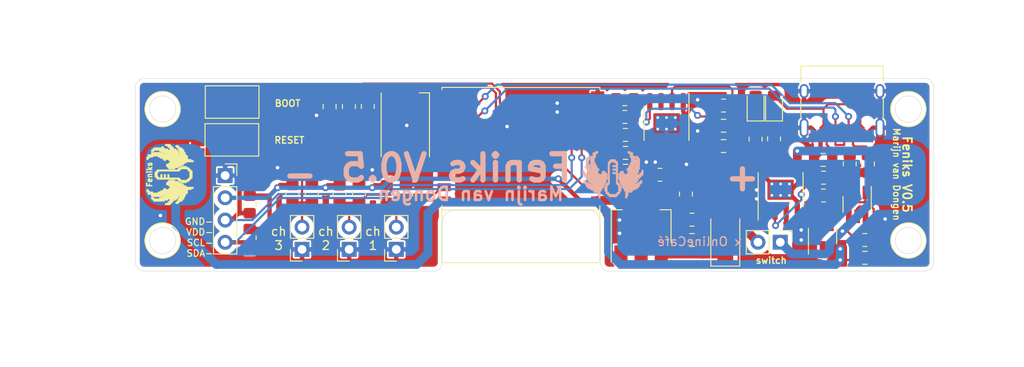
<source format=kicad_pcb>
(kicad_pcb (version 20211014) (generator pcbnew)
  (layers (0 "F.Cu" signal) (31 "B.Cu" signal) (34 "B.Paste" user) (35 "F.Paste" user) (36 "B.SilkS" user "B.Silkscreen") (37 "F.SilkS" user "F.Silkscreen") (38 "B.Mask" user) (39 "F.Mask" user) (44 "Edge.Cuts" user))
  (net 0 "")
  (net 1 "ADC_CH0")
  (net 2 "ADC_CH1")
  (net 3 "ADC_CH3")
  (net 4 "ADC_CH4")
  (net 7 "GND")
  (net 9 "+3.3V")
  (net 10 "+BATT")
  (net 11 "Net-(C1-Pad2)")
  (net 12 "VBUS")
  (net 13 "Net-(BT1-Pad2)")
  (net 14 "+5V")
  (net 15 "Net-(D1-Pad1)")
  (net 16 "Net-(D2-Pad1)")
  (net 17 "Net-(D3-Pad2)")
  (net 18 "Net-(J1-PadA5)")
  (net 19 "Net-(R9-Pad2)")
  (net 20 "Net-(R10-Pad2)")
  (net 21 "+VSW")
  (net 22 "D+")
  (net 23 "Net-(R15-Pad2)")
  (net 24 "Net-(C4-Pad2)")
  (net 25 "Net-(R18-Pad1)")
  (net 29 "D-")
  (net 30 "Net-(R17-Pad1)")
  (net 31 "Net-(R19-Pad2)")
  (net 32 "Net-(R20-Pad2)")
  (net 36 "Net-(J1-PadB5)")
  (net 37 "OLED_SDA")
  (net 38 "OLED_SLC")
  (net 39 "Net-(U2-Pad1)")
  (net 40 "Net-(U2-Pad3)")
  (net 44 "LED_DIN")
  (net 45 "Net-(R12-Pad2)")
  (footprint "Capacitor_SMD:C_0805_2012Metric_Pad1.18x1.45mm_HandSolder" (layer "F.Cu") (at 109.383 106.375 180)
    (fp_text reference "C3" hide)
    (fp_text value "47uF")
  )
  (footprint "Resistor_SMD:R_0805_2012Metric_Pad1.20x1.40mm_HandSolder" (layer "F.Cu") (at 113.038 105.575 -90)
    (fp_text reference "R10" hide)
    (fp_text value "1k")
  )
  (footprint "Capacitor_SMD:C_0805_2012Metric_Pad1.18x1.45mm_HandSolder" (layer "F.Cu") (at 73.198 111.81 -90)
    (fp_text reference "C11" hide)
    (fp_text value "100nF")
  )
  (footprint "Diode_SMD:D_SMA" (layer "F.Cu") (at 109.583 116.675 90)
    (fp_text reference "D3" hide)
    (fp_text value "D_Schottky")
  )
  (footprint "Capacitor_SMD:C_0805_2012Metric_Pad1.18x1.45mm_HandSolder" (layer "F.Cu") (at 109.388 104.05 180)
    (fp_text reference "C5" hide)
    (fp_text value "47uF")
  )
  (footprint "Resistor_SMD:R_0805_2012Metric_Pad1.20x1.40mm_HandSolder" (layer "F.Cu") (at 105.098 111.84 90)
    (fp_text reference "R20" hide)
    (fp_text value "68k")
  )
  (footprint "Package_TO_SOT_SMD:SOT-23-6_Handsoldering" (layer "F.Cu") (at 124.613 113.03 -90)
    (fp_text reference "U2" hide)
    (fp_text value "DW01")
  )
  (footprint "Package_SO:SOIC-8-1EP_3.9x4.9mm_P1.27mm_EP2.29x3mm_ThermalVias" (layer "F.Cu") (at 102.883 103.775 -90)
    (fp_text reference "U5" hide)
    (fp_text value "FP6298")
  )
  (footprint "Resistor_SMD:R_0805_2012Metric_Pad1.20x1.40mm_HandSolder" (layer "F.Cu") (at 120.7755 112.014 180)
    (fp_text reference "R18" hide)
    (fp_text value "1k")
  )
  (footprint "LED_SMD:LED_0805_2012Metric_Pad1.15x1.40mm_HandSolder" (layer "F.Cu") (at 113.038 101.65 90)
    (fp_text reference "D2" hide)
    (fp_text value "red")
  )
  (footprint "Connector_PinSocket_2.54mm:PinSocket_1x04_P2.54mm_Vertical" (layer "F.Cu") (at 52.578 109.738)
    (fp_text reference "J2" hide)
    (fp_text value "I2C OLED")
  )
  (footprint "Capacitor_SMD:C_0805_2012Metric_Pad1.18x1.45mm_HandSolder" (layer "F.Cu") (at 98.208 105.1)
    (fp_text reference "C7" hide)
    (fp_text value "47uF")
  )
  (footprint "Capacitor_SMD:C_0805_2012Metric_Pad1.18x1.45mm_HandSolder" (layer "F.Cu") (at 98.208 109.19)
    (fp_text reference "C12" hide)
    (fp_text value "100nF")
  )
  (footprint "Resistor_SMD:R_0805_2012Metric_Pad1.20x1.40mm_HandSolder" (layer "F.Cu") (at 70.988 111.8475 90)
    (fp_text reference "R1" hide)
    (fp_text value "51K")
  )
  (footprint "Resistor_SMD:R_0805_2012Metric_Pad1.20x1.40mm_HandSolder" (layer "F.Cu") (at 55.372 113.03 90)
    (fp_text reference "R4" hide)
    (fp_text value "10k")
  )
  (footprint "Resistor_SMD:R_0805_2012Metric_Pad1.20x1.40mm_HandSolder" (layer "F.Cu") (at 102.128 109.65 180)
    (fp_text reference "R21" hide)
    (fp_text value "10k")
  )
  (footprint "Capacitor_SMD:C_0805_2012Metric_Pad1.18x1.45mm_HandSolder" (layer "F.Cu") (at 125.494 119.126)
    (fp_text reference "C4" hide)
    (fp_text value "100nF")
  )
  (footprint "Espressif:ESP32-C3-WROOM-02" (layer "F.Cu") (at 86.288 106.675 180)
    (fp_text reference "U4" hide)
    (fp_text value "ESP32-C3-WROOM-02")
  )
  (footprint "Capacitor_SMD:C_0805_2012Metric_Pad1.18x1.45mm_HandSolder" (layer "F.Cu") (at 105.788 117.094 180)
    (fp_text reference "C6" hide)
    (fp_text value "47uF")
  )
  (footprint "Costom_footprints:CD43" (layer "F.Cu") (at 109.738 110.2 -90)
    (fp_text reference "L1" hide)
    (fp_text value "3.3uH")
  )
  (footprint "Resistor_SMD:R_0805_2012Metric_Pad1.20x1.40mm_HandSolder" (layer "F.Cu") (at 125.838 108.4 -90)
    (fp_text reference "R5" hide)
    (fp_text value "5.1k")
  )
  (footprint "Connector_PinSocket_2.54mm:PinSocket_1x02_P2.54mm_Vertical" (layer "F.Cu") (at 61.343 118.165 180)
    (fp_text reference "NTC3" hide)
    (fp_text value "Thermistor_NTC")
  )
  (footprint "Resistor_SMD:R_0805_2012Metric_Pad1.20x1.40mm_HandSolder" (layer "F.Cu") (at 123.763 108.4 -90)
    (fp_text reference "R6" hide)
    (fp_text value "5.1k")
  )
  (footprint "Connector_PinSocket_2.54mm:PinSocket_1x02_P2.54mm_Vertical" (layer "F.Cu") (at 66.713 118.165 180)
    (fp_text reference "NTC2" hide)
    (fp_text value "Thermistor_NTC")
  )
  (footprint "Capacitor_SMD:C_0805_2012Metric_Pad1.18x1.45mm_HandSolder" (layer "F.Cu") (at 64.484 101.854 90)
    (fp_text reference "C1" hide)
    (fp_text value "1uF")
  )
  (footprint "Button_Switch_SMD:SW_SPST_CK_RS282G05A3" (layer "F.Cu") (at 53.34 105.664)
    (fp_text reference "SW3" hide)
    (fp_text value "SW_Push")
  )
  (footprint "Package_SO:SOIC-8-1EP_3.9x4.9mm_P1.27mm_EP2.29x3mm_ThermalVias" (layer "F.Cu") (at 115.888 111.35 90)
    (fp_text reference "U1" hide)
    (fp_text value "TP4056")
  )
  (footprint "Resistor_SMD:R_0805_2012Metric_Pad1.20x1.40mm_HandSolder" (layer "F.Cu") (at 68.834 101.854 90)
    (fp_text reference "R15" hide)
    (fp_text value "10k")
  )
  (footprint "Package_TO_SOT_SMD:SOT-23-6_Handsoldering" (layer "F.Cu") (at 120.668 116.65 90)
    (fp_text reference "U3" hide)
    (fp_text value "FS8205A")
  )
  (footprint "Resistor_SMD:R_0805_2012Metric_Pad1.20x1.40mm_HandSolder" (layer "F.Cu") (at 98.138 101.03)
    (fp_text reference "R8" hide)
    (fp_text value "15K")
  )
  (footprint "Resistor_SMD:R_0805_2012Metric_Pad1.20x1.40mm_HandSolder" (layer "F.Cu") (at 55.372 116.84 90)
    (fp_text reference "R14" hide)
    (fp_text value "10k")
  )
  (footprint "Package_TO_SOT_SMD:SOT-223-3_TabPin2" (layer "F.Cu") (at 99.988 115.55 90)
    (fp_text reference "U6" hide)
    (fp_text value "LM1117-3.3")
  )
  (footprint "Capacitor_SMD:C_0805_2012Metric_Pad1.18x1.45mm_HandSolder" (layer "F.Cu") (at 120.738 107.95)
    (fp_text reference "C2" hide)
    (fp_text value "47uF")
  )
  (footprint "Connector_PinHeader_2.54mm:PinHeader_1x02_P2.54mm_Vertical" (layer "F.Cu") (at 115.847 117.348 -90)
    (fp_text reference "SW1" hide)
    (fp_text value "SW_SPST")
  )
  (footprint "Connector_USB:USB_C_Receptacle_HRO_TYPE-C-31-M-12" (layer "F.Cu") (at 122.888 101.15 180)
    (fp_text reference "J1" hide)
    (fp_text value "USB_C_Receptacle_USB2.0")
  )
  (footprint "Resistor_SMD:R_0805_2012Metric_Pad1.20x1.40mm_HandSolder" (layer "F.Cu") (at 66.684 101.854 -90)
    (fp_text reference "R16" hide)
    (fp_text value "10k")
  )
  (footprint "Button_Switch_SMD:SW_SPST_CK_RS282G05A3" (layer "F.Cu") (at 53.375 101.346)
    (fp_text reference "SW2" hide)
    (fp_text value "SW_Push")
  )
  (footprint "Capacitor_SMD:C_0805_2012Metric_Pad1.18x1.45mm_HandSolder" (layer "F.Cu") (at 98.208 107.15)
    (fp_text reference "C8" hide)
    (fp_text value "47uF")
  )
  (footprint "Capacitor_SMD:C_0805_2012Metric_Pad1.18x1.45mm_HandSolder" (layer "F.Cu") (at 67.828 111.81 -90)
    (fp_text reference "C10" hide)
    (fp_text value "100nF")
  )
  (footprint "Resistor_SMD:R_0805_2012Metric_Pad1.20x1.40mm_HandSolder" (layer "F.Cu") (at 115.138 105.55 -90)
    (fp_text reference "R9" hide)
    (fp_text value "1k")
  )
  (footprint "Resistor_SMD:R_0805_2012Metric_Pad1.20x1.40mm_HandSolder" (layer "F.Cu") (at 60.248 111.81 90)
    (fp_text reference "R3" hide)
    (fp_text value "51K")
  )
  (footprint "Capacitor_SMD:C_0805_2012Metric_Pad1.18x1.45mm_HandSolder" (layer "F.Cu") (at 62.458 111.81 -90)
    (fp_text reference "C9" hide)
    (fp_text value "100nF")
  )
  (footprint "Connector_PinSocket_2.54mm:PinSocket_1x02_P2.54mm_Vertical" (layer "F.Cu") (at 72.083 118.165 180)
    (fp_text reference "NTC1" hide)
    (fp_text value "Thermistor_NTC")
  )
  (footprint "LED_SMD:LED_WS2812B_PLCC4_5.0x5.0mm_P3.2mm" (layer "F.Cu") (at 73.113 103.95 90)
    (fp_text reference "D4" hide)
    (fp_text value "WS2812B")
  )
  (footprint "Resistor_SMD:R_0805_2012Metric_Pad1.20x1.40mm_HandSolder" (layer "F.Cu") (at 109.388 101.75 180)
    (fp_text reference "R17" hide)
    (fp_text value "26k")
  )
  (footprint "Resistor_SMD:R_0805_2012Metric_Pad1.20x1.40mm_HandSolder" (layer "F.Cu") (at 98.138 103.05 180)
    (fp_text reference "R7" hide)
    (fp_text value "20K")
  )
  (footprint "Resistor_SMD:R_0805_2012Metric_Pad1.20x1.40mm_HandSolder" (layer "F.Cu") (at 120.7755 109.982 180)
    (fp_text reference "R12" hide)
    (fp_text value "3k")
  )
  (footprint "Resistor_SMD:R_0805_2012Metric_Pad1.20x1.40mm_HandSolder" (layer "F.Cu") (at 65.618 111.8475 90)
    (fp_text reference "R2" hide)
    (fp_text value "51K")
  )
  (footprint "LED_SMD:LED_0805_2012Metric_Pad1.15x1.40mm_HandSolder" (layer "F.Cu") (at 115.138 101.65 90)
    (fp_text reference "D1" hide)
    (fp_text value "green")
  )
  (footprint "Resistor_SMD:R_0805_2012Metric_Pad1.20x1.40mm_HandSolder" (layer "F.Cu") (at 105.783 114.775 180)
    (fp_text reference "R19" hide)
    (fp_text value "5.1k")
  )
  (footprint "Resistor_SMD:R_0805_2012Metric_Pad1.20x1.40mm_HandSolder" (layer "F.Cu") (at 125.494 117.094 180)
    (fp_text reference "R13" hide)
    (fp_text value "100")
  )
  (footprint "Costom_footprints:18650SMT holder" (layer "B.Cu") (at 87.95 109.65 90)
    (fp_text reference "BT1" hide)
    (fp_text value "Battery_Cell")
  )
  (gr_poly (pts (xy 97.034652 108.0625) (xy 97.166944 108.0625) (xy 97.166944 108.194792) (xy 97.299236 108.194792) (xy 97.299236 110.576042) (xy 97.431527 110.576042) (xy 97.431527 110.708333) (xy 97.563819 110.708333) (xy 97.563819 110.972917) (xy 97.696111 110.972917) (xy 97.696111 111.502084) (xy 97.563819 111.502084) (xy 97.563819 111.766667) (xy 97.431527 111.766667) (xy 97.431527 111.898959) (xy 97.299236 111.898959) (xy 97.299236 112.03125) (xy 97.166944 112.03125) (xy 97.166944 112.163542) (xy 96.373194 112.163542) (xy 96.373194 112.03125) (xy 96.240903 112.03125) (xy 96.240903 111.898959) (xy 96.108611 111.898959) (xy 96.108611 111.766667) (xy 95.976319 111.766667) (xy 95.976319 111.634375) (xy 96.108611 111.634375) (xy 96.240903 111.634375) (xy 96.240903 111.766667) (xy 96.373194 111.766667) (xy 96.373194 111.898959) (xy 97.166944 111.898959) (xy 97.166944 111.766667) (xy 97.299236 111.766667) (xy 97.299236 111.634375) (xy 97.431527 111.634375) (xy 97.431527 110.840625) (xy 97.299236 110.840625) (xy 97.299236 110.708333) (xy 97.166944 110.708333) (xy 97.166944 109.517708) (xy 96.770069 109.517708) (xy 96.770069 109.385417) (xy 97.166944 109.385417) (xy 97.166944 109.120834) (xy 96.770069 109.120834) (xy 96.770069 108.988542) (xy 97.166944 108.988542) (xy 97.166944 108.723959) (xy 96.770069 108.723959) (xy 96.770069 108.591667) (xy 97.166944 108.591667) (xy 97.166944 108.327084) (xy 97.034652 108.327084) (xy 97.034652 108.194792) (xy 96.505486 108.194792) (xy 96.505486 108.327084) (xy 96.373194 108.327084) (xy 96.373194 110.708333) (xy 96.240903 110.708333) (xy 96.240903 110.840625) (xy 96.108611 110.840625) (xy 96.108611 111.634375) (xy 95.976319 111.634375) (xy 95.976319 111.502084) (xy 95.844028 111.502084) (xy 95.844028 110.972917) (xy 95.976319 110.972917) (xy 95.976319 110.708333) (xy 96.108611 110.708333) (xy 96.108611 110.576042) (xy 96.240903 110.576042) (xy 96.240903 108.194792) (xy 96.373194 108.194792) (xy 96.373194 108.0625) (xy 96.505486 108.0625) (xy 96.505486 107.930209) (xy 97.034652 107.930209)) (layer "B.SilkS") (width 0.1) (fill solid))
  (gr_poly (pts (xy 98.754444 107.136459) (xy 99.019027 107.136459) (xy 99.019027 107.533334) (xy 99.28361 107.533334) (xy 99.28361 108.723959) (xy 99.415902 108.723959) (xy 99.415902 108.459375) (xy 99.548194 108.459375) (xy 99.548194 107.797917) (xy 99.415902 107.797917) (xy 99.415902 107.533334) (xy 99.548194 107.533334) (xy 99.548194 107.665625) (xy 99.680485 107.665625) (xy 99.680485 107.797917) (xy 99.812777 107.797917) (xy 99.812777 108.723959) (xy 99.680485 108.723959) (xy 99.680485 108.85625) (xy 99.812777 108.85625) (xy 99.812777 108.988542) (xy 99.680485 108.988542) (xy 99.680485 109.385417) (xy 99.548194 109.385417) (xy 99.548194 109.65) (xy 99.812777 109.65) (xy 99.812777 109.517708) (xy 99.945069 109.517708) (xy 99.945069 109.385417) (xy 100.07736 109.385417) (xy 100.07736 109.120834) (xy 100.209652 109.120834) (xy 100.209652 109.65) (xy 100.07736 109.65) (xy 100.07736 109.782292) (xy 99.945069 109.782292) (xy 99.945069 109.914584) (xy 99.812777 109.914584) (xy 99.812777 110.046875) (xy 99.548194 110.046875) (xy 99.548194 110.179167) (xy 99.680485 110.179167) (xy 99.680485 110.311459) (xy 99.548194 110.311459) (xy 99.548194 110.44375) (xy 99.415902 110.44375) (xy 99.415902 110.576042) (xy 99.151319 110.576042) (xy 99.151319 110.708333) (xy 99.548194 110.708333) (xy 99.548194 110.576042) (xy 99.812777 110.576042) (xy 99.812777 110.44375) (xy 99.945069 110.44375) (xy 99.945069 110.311459) (xy 100.07736 110.311459) (xy 100.07736 110.576042) (xy 99.945069 110.576042) (xy 99.945069 110.708333) (xy 99.812777 110.708333) (xy 99.812777 110.972917) (xy 99.680485 110.972917) (xy 99.680485 111.105209) (xy 99.548194 111.105209) (xy 99.548194 111.2375) (xy 99.28361 111.2375) (xy 99.28361 111.369791) (xy 99.019027 111.369791) (xy 99.019027 111.502084) (xy 98.886735 111.502084) (xy 98.886735 111.634375) (xy 98.489861 111.634375) (xy 98.489861 112.03125) (xy 98.357569 112.03125) (xy 98.357569 112.295834) (xy 98.225277 112.295834) (xy 98.225277 111.502084) (xy 98.092986 111.502084) (xy 98.092986 111.2375) (xy 97.960694 111.2375) (xy 97.960694 111.105209) (xy 97.828402 111.105209) (xy 97.828402 110.840625) (xy 99.019027 110.840625) (xy 99.151319 110.840625) (xy 99.151319 110.708333) (xy 99.019027 110.708333) (xy 99.019027 110.840625) (xy 97.828402 110.840625) (xy 97.696111 110.840625) (xy 97.696111 110.576042) (xy 97.563819 110.576042) (xy 97.563819 110.179167) (xy 97.431527 110.179167) (xy 97.431527 109.517708) (xy 97.563819 109.517708) (xy 97.563819 109.385417) (xy 97.696111 109.385417) (xy 97.696111 109.253125) (xy 97.960694 109.253125) (xy 97.960694 109.517708) (xy 98.092986 109.517708) (xy 98.092986 109.65) (xy 98.357569 109.65) (xy 98.357569 109.517708) (xy 98.489861 109.517708) (xy 98.489861 109.120834) (xy 99.019027 109.120834) (xy 99.151319 109.120834) (xy 99.151319 108.988542) (xy 99.28361 108.988542) (xy 99.28361 108.723959) (xy 99.151319 108.723959) (xy 99.151319 108.988542) (xy 99.019027 108.988542) (xy 99.019027 109.120834) (xy 98.489861 109.120834) (xy 98.357569 109.120834) (xy 98.357569 108.988542) (xy 98.489861 108.988542) (xy 98.489861 108.85625) (xy 98.622152 108.85625) (xy 98.622152 108.591667) (xy 98.754444 108.591667) (xy 98.754444 108.327084) (xy 98.886735 108.327084) (xy 98.886735 107.665625) (xy 98.754444 107.665625) (xy 98.754444 107.26875) (xy 98.622152 107.26875) (xy 98.622152 107.136459) (xy 98.489861 107.136459) (xy 98.489861 107.004167) (xy 98.754444 107.004167)) (layer "B.SilkS") (width 0.1) (fill solid))
  (gr_poly (pts (xy 99.528923 108.262917) (xy 99.396631 108.262917) (xy 99.396631 108.130626) (xy 99.528923 108.130626)) (layer "B.SilkS") (width 0.5) (fill solid))
  (gr_poly (pts (xy 95.050278 107.136459) (xy 94.917986 107.136459) (xy 94.917986 107.26875) (xy 94.785694 107.26875) (xy 94.785694 107.665625) (xy 94.653403 107.665625) (xy 94.653403 108.327084) (xy 94.785694 108.327084) (xy 94.785694 108.591667) (xy 94.917986 108.591667) (xy 94.917986 108.85625) (xy 95.050278 108.85625) (xy 95.050278 108.988542) (xy 95.182569 108.988542) (xy 95.182569 109.120834) (xy 95.050278 109.120834) (xy 95.050278 109.517708) (xy 95.182569 109.517708) (xy 95.182569 109.65) (xy 95.447152 109.65) (xy 95.447152 109.517708) (xy 95.579444 109.517708) (xy 95.579444 109.253125) (xy 95.844028 109.253125) (xy 95.844028 109.385417) (xy 95.976319 109.385417) (xy 95.976319 109.517708) (xy 96.108611 109.517708) (xy 96.108611 110.179167) (xy 95.976319 110.179167) (xy 95.976319 110.576042) (xy 95.844028 110.576042) (xy 95.844028 110.840625) (xy 95.711736 110.840625) (xy 95.711736 111.105209) (xy 95.579444 111.105209) (xy 95.579444 111.2375) (xy 95.447152 111.2375) (xy 95.447152 111.502084) (xy 95.314861 111.502084) (xy 95.314861 112.295834) (xy 95.182569 112.295834) (xy 95.182569 112.03125) (xy 95.050278 112.03125) (xy 95.050278 111.634375) (xy 94.653403 111.634375) (xy 94.653403 111.502084) (xy 94.521111 111.502084) (xy 94.521111 111.369791) (xy 94.256528 111.369791) (xy 94.256528 111.2375) (xy 93.991944 111.2375) (xy 93.991944 111.105209) (xy 93.859653 111.105209) (xy 93.859653 110.972917) (xy 93.727361 110.972917) (xy 93.727361 110.840625) (xy 94.388819 110.840625) (xy 94.521111 110.840625) (xy 94.521111 110.708333) (xy 94.388819 110.708333) (xy 94.388819 110.840625) (xy 93.727361 110.840625) (xy 93.727361 110.708333) (xy 93.595069 110.708333) (xy 93.595069 110.576042) (xy 93.462778 110.576042) (xy 93.462778 110.311459) (xy 93.595069 110.311459) (xy 93.595069 110.44375) (xy 93.727361 110.44375) (xy 93.727361 110.576042) (xy 93.991944 110.576042) (xy 93.991944 110.708333) (xy 94.388819 110.708333) (xy 94.388819 110.576042) (xy 94.124236 110.576042) (xy 94.124236 110.44375) (xy 93.991944 110.44375) (xy 93.991944 110.311459) (xy 93.859653 110.311459) (xy 93.859653 110.179167) (xy 93.991944 110.179167) (xy 93.991944 110.046875) (xy 93.727361 110.046875) (xy 93.727361 109.914584) (xy 93.595069 109.914584) (xy 93.595069 109.782292) (xy 93.462778 109.782292) (xy 93.462778 109.65) (xy 93.330486 109.65) (xy 93.330486 109.120834) (xy 93.462778 109.120834) (xy 93.462778 109.385417) (xy 93.595069 109.385417) (xy 93.595069 109.517708) (xy 93.727361 109.517708) (xy 93.727361 109.65) (xy 93.991944 109.65) (xy 93.991944 109.385417) (xy 93.859653 109.385417) (xy 93.859653 109.120834) (xy 94.388819 109.120834) (xy 94.521111 109.120834) (xy 94.521111 108.988542) (xy 94.388819 108.988542) (xy 94.388819 109.120834) (xy 93.859653 109.120834) (xy 93.859653 108.988542) (xy 94.256528 108.988542) (xy 94.388819 108.988542) (xy 94.388819 108.723959) (xy 94.256528 108.723959) (xy 94.256528 108.988542) (xy 93.859653 108.988542) (xy 93.727361 108.988542) (xy 93.727361 108.85625) (xy 93.859653 108.85625) (xy 93.859653 108.723959) (xy 93.727361 108.723959) (xy 93.727361 108.85625) (xy 93.595069 108.85625) (xy 93.595069 108.723959) (xy 93.727361 108.723959) (xy 93.727361 107.797917) (xy 93.859653 107.797917) (xy 93.859653 107.665625) (xy 93.991944 107.665625) (xy 93.991944 107.533334) (xy 94.124236 107.533334) (xy 94.124236 107.797917) (xy 93.991944 107.797917) (xy 93.991944 108.459375) (xy 94.124236 108.459375) (xy 94.124236 108.723959) (xy 94.256528 108.723959) (xy 94.256528 107.533334) (xy 94.521111 107.533334) (xy 94.521111 107.136459) (xy 94.785694 107.136459) (xy 94.785694 107.004167) (xy 95.050278 107.004167)) (layer "B.SilkS") (width 0.1) (fill solid))
  (gr_circle (center 130.45 102.15) (end 132.452498 102.15) (layer "F.SilkS") (width 0.12) (fill none))
  (gr_circle (center 130.45 117.15) (end 132.452498 117.15) (layer "F.SilkS") (width 0.12) (fill none))
  (gr_poly (pts (xy 44.7125 109.8875) (xy 44.7125 110.019792) (xy 44.844792 110.019792) (xy 44.844792 110.152084) (xy 47.226042 110.152084) (xy 47.226042 110.284375) (xy 47.358333 110.284375) (xy 47.358333 110.416667) (xy 47.622917 110.416667) (xy 47.622917 110.548959) (xy 48.152084 110.548959) (xy 48.152084 110.416667) (xy 48.416667 110.416667) (xy 48.416667 110.284375) (xy 48.548959 110.284375) (xy 48.548959 110.152084) (xy 48.68125 110.152084) (xy 48.68125 110.019792) (xy 48.813542 110.019792) (xy 48.813542 109.226042) (xy 48.68125 109.226042) (xy 48.68125 109.093751) (xy 48.548959 109.093751) (xy 48.548959 108.961459) (xy 48.416667 108.961459) (xy 48.416667 108.829167) (xy 48.284375 108.829167) (xy 48.284375 108.961459) (xy 48.284375 109.093751) (xy 48.416667 109.093751) (xy 48.416667 109.226042) (xy 48.548959 109.226042) (xy 48.548959 110.019792) (xy 48.416667 110.019792) (xy 48.416667 110.152084) (xy 48.284375 110.152084) (xy 48.284375 110.284375) (xy 47.490625 110.284375) (xy 47.490625 110.152084) (xy 47.358333 110.152084) (xy 47.358333 110.019792) (xy 46.167708 110.019792) (xy 46.167708 109.622917) (xy 46.035417 109.622917) (xy 46.035417 110.019792) (xy 45.770834 110.019792) (xy 45.770834 109.622917) (xy 45.638542 109.622917) (xy 45.638542 110.019792) (xy 45.373959 110.019792) (xy 45.373959 109.622917) (xy 45.241667 109.622917) (xy 45.241667 110.019792) (xy 44.977084 110.019792) (xy 44.977084 109.8875) (xy 44.844792 109.8875) (xy 44.844792 109.358334) (xy 44.977084 109.358334) (xy 44.977084 109.226042) (xy 47.358333 109.226042) (xy 47.358333 109.093751) (xy 47.490625 109.093751) (xy 47.490625 108.961459) (xy 48.284375 108.961459) (xy 48.284375 108.829167) (xy 48.152084 108.829167) (xy 48.152084 108.696876) (xy 47.622917 108.696876) (xy 47.622917 108.829167) (xy 47.358333 108.829167) (xy 47.358333 108.961459) (xy 47.226042 108.961459) (xy 47.226042 109.093751) (xy 44.844792 109.093751) (xy 44.844792 109.226042) (xy 44.7125 109.226042) (xy 44.7125 109.358334) (xy 44.580209 109.358334) (xy 44.580209 109.8875)) (layer "F.SilkS") (width 0.1) (fill solid))
  (gr_circle (center 45.45 117.15) (end 47.452498 117.15) (layer "F.SilkS") (width 0.12) (fill none))
  (gr_circle (center 45.45 102.15) (end 47.452498 102.15) (layer "F.SilkS") (width 0.12) (fill none))
  (gr_poly (pts (xy 43.786459 111.607292) (xy 43.786459 111.871875) (xy 44.183334 111.871875) (xy 44.183334 112.136458) (xy 45.373959 112.136458) (xy 45.373959 112.26875) (xy 45.109375 112.26875) (xy 45.109375 112.401042) (xy 44.447917 112.401042) (xy 44.447917 112.26875) (xy 44.183334 112.26875) (xy 44.183334 112.401042) (xy 44.315625 112.401042) (xy 44.315625 112.533333) (xy 44.447917 112.533333) (xy 44.447917 112.665625) (xy 45.373959 112.665625) (xy 45.373959 112.533333) (xy 45.50625 112.533333) (xy 45.50625 112.665625) (xy 45.638542 112.665625) (xy 45.638542 112.533333) (xy 46.035417 112.533333) (xy 46.035417 112.401042) (xy 46.3 112.401042) (xy 46.3 112.665625) (xy 46.167708 112.665625) (xy 46.167708 112.797917) (xy 46.035417 112.797917) (xy 46.035417 112.930208) (xy 45.770834 112.930208) (xy 45.770834 113.0625) (xy 46.3 113.0625) (xy 46.3 112.930208) (xy 46.432292 112.930208) (xy 46.432292 112.797917) (xy 46.564584 112.797917) (xy 46.564584 112.665625) (xy 46.696875 112.665625) (xy 46.696875 112.401042) (xy 46.829167 112.401042) (xy 46.829167 112.533333) (xy 46.961459 112.533333) (xy 46.961459 112.401042) (xy 47.09375 112.401042) (xy 47.09375 112.26875) (xy 47.226042 112.26875) (xy 47.226042 112.004167) (xy 47.358333 112.004167) (xy 47.358333 112.401042) (xy 47.226042 112.401042) (xy 47.226042 112.665625) (xy 47.09375 112.665625) (xy 47.09375 112.797917) (xy 46.961459 112.797917) (xy 46.961459 112.930208) (xy 47.226042 112.930208) (xy 47.226042 112.797917) (xy 47.358333 112.797917) (xy 47.358333 112.665625) (xy 47.622917 112.665625) (xy 47.622917 112.533333) (xy 47.755209 112.533333) (xy 47.755209 112.401042) (xy 47.8875 112.401042) (xy 47.8875 112.136458) (xy 48.019791 112.136458) (xy 48.019791 111.871875) (xy 48.152084 111.871875) (xy 48.152084 111.739583) (xy 48.284375 111.739583) (xy 48.284375 111.342709) (xy 48.68125 111.342709) (xy 48.68125 111.210417) (xy 48.945834 111.210417) (xy 48.945834 111.078125) (xy 48.152084 111.078125) (xy 48.152084 110.945834) (xy 47.8875 110.945834) (xy 47.8875 110.813542) (xy 47.755209 110.813542) (xy 47.755209 110.68125) (xy 47.490625 110.68125) (xy 47.490625 111.871875) (xy 47.490625 112.004167) (xy 47.358333 112.004167) (xy 47.358333 111.871875) (xy 47.490625 111.871875) (xy 47.490625 110.68125) (xy 47.490625 110.548959) (xy 47.358333 110.548959) (xy 47.226042 110.548959) (xy 47.226042 110.416667) (xy 46.829167 110.416667) (xy 46.829167 110.284375) (xy 46.167708 110.284375) (xy 46.167708 110.416667) (xy 46.035417 110.416667) (xy 46.035417 110.548959) (xy 45.903125 110.548959) (xy 45.903125 110.813542) (xy 46.167708 110.813542) (xy 46.167708 110.945834) (xy 46.3 110.945834) (xy 46.3 111.210417) (xy 46.167708 111.210417) (xy 46.167708 111.342709) (xy 45.770834 111.342709) (xy 45.770834 111.871875) (xy 45.770834 112.004167) (xy 45.638542 112.004167) (xy 45.638542 112.136458) (xy 45.373959 112.136458) (xy 45.373959 112.004167) (xy 45.638542 112.004167) (xy 45.638542 111.871875) (xy 45.770834 111.871875) (xy 45.770834 111.342709) (xy 45.770834 111.210417) (xy 45.638542 111.210417) (xy 45.638542 111.342709) (xy 45.50625 111.342709) (xy 45.50625 111.475) (xy 45.241667 111.475) (xy 45.241667 111.607292) (xy 44.977084 111.607292) (xy 44.977084 111.739583) (xy 44.315625 111.739583) (xy 44.315625 111.607292) (xy 43.91875 111.607292) (xy 43.91875 111.475) (xy 43.786459 111.475) (xy 43.786459 111.342709) (xy 43.654167 111.342709) (xy 43.654167 111.607292)) (layer "F.SilkS") (width 0.1) (fill solid))
  (gr_poly (pts (xy 43.786459 107.903126) (xy 43.786459 107.770834) (xy 43.91875 107.770834) (xy 43.91875 107.638542) (xy 44.315625 107.638542) (xy 44.315625 107.506251) (xy 44.977084 107.506251) (xy 44.977084 107.638542) (xy 45.241667 107.638542) (xy 45.241667 107.770834) (xy 45.50625 107.770834) (xy 45.50625 107.903126) (xy 45.638542 107.903126) (xy 45.638542 108.035417) (xy 45.770834 108.035417) (xy 45.770834 107.903126) (xy 46.167708 107.903126) (xy 46.167708 108.035417) (xy 46.3 108.035417) (xy 46.3 108.3) (xy 46.167708 108.3) (xy 46.167708 108.432292) (xy 45.903125 108.432292) (xy 45.903125 108.696876) (xy 46.035417 108.696876) (xy 46.035417 108.829167) (xy 46.167708 108.829167) (xy 46.167708 108.961459) (xy 46.829167 108.961459) (xy 46.829167 108.829167) (xy 47.226042 108.829167) (xy 47.226042 108.696876) (xy 47.490625 108.696876) (xy 47.490625 108.564584) (xy 47.755209 108.564584) (xy 47.755209 108.432292) (xy 47.8875 108.432292) (xy 47.8875 108.3) (xy 48.152084 108.3) (xy 48.152084 108.167709) (xy 48.945834 108.167709) (xy 48.945834 108.035417) (xy 48.68125 108.035417) (xy 48.68125 107.903126) (xy 48.284375 107.903126) (xy 48.284375 107.506251) (xy 48.152084 107.506251) (xy 48.152084 107.373959) (xy 48.019791 107.373959) (xy 48.019791 107.109376) (xy 47.8875 107.109376) (xy 47.8875 106.844792) (xy 47.755209 106.844792) (xy 47.755209 106.712501) (xy 47.622917 106.712501) (xy 47.622917 106.580209) (xy 47.490625 106.580209) (xy 47.490625 107.241667) (xy 47.490625 107.373959) (xy 47.358333 107.373959) (xy 47.358333 107.241667) (xy 47.490625 107.241667) (xy 47.490625 106.580209) (xy 47.358333 106.580209) (xy 47.358333 106.447917) (xy 47.226042 106.447917) (xy 47.226042 106.315626) (xy 46.961459 106.315626) (xy 46.961459 106.447917) (xy 47.09375 106.447917) (xy 47.09375 106.580209) (xy 47.226042 106.580209) (xy 47.226042 106.844792) (xy 47.358333 106.844792) (xy 47.358333 107.241667) (xy 47.226042 107.241667) (xy 47.226042 106.977084) (xy 47.09375 106.977084) (xy 47.09375 106.844792) (xy 46.961459 106.844792) (xy 46.961459 106.712501) (xy 46.829167 106.712501) (xy 46.829167 106.844792) (xy 46.696875 106.844792) (xy 46.696875 106.580209) (xy 46.564584 106.580209) (xy 46.564584 106.447917) (xy 46.432292 106.447917) (xy 46.432292 106.315626) (xy 46.3 106.315626) (xy 46.3 106.183334) (xy 45.770834 106.183334) (xy 45.770834 106.315626) (xy 46.035417 106.315626) (xy 46.035417 106.447917) (xy 46.167708 106.447917) (xy 46.167708 106.580209) (xy 46.3 106.580209) (xy 46.3 106.844792) (xy 46.035417 106.844792) (xy 46.035417 106.712501) (xy 45.770834 106.712501) (xy 45.770834 107.241667) (xy 45.770834 107.373959) (xy 45.638542 107.373959) (xy 45.638542 107.241667) (xy 45.770834 107.241667) (xy 45.770834 106.712501) (xy 45.638542 106.712501) (xy 45.638542 107.109376) (xy 45.638542 107.241667) (xy 45.373959 107.241667) (xy 45.373959 107.109376) (xy 45.638542 107.109376) (xy 45.638542 106.712501) (xy 45.638542 106.580209) (xy 45.50625 106.580209) (xy 45.50625 106.712501) (xy 45.373959 106.712501) (xy 45.373959 106.580209) (xy 45.50625 106.580209) (xy 45.50625 106.447917) (xy 45.373959 106.447917) (xy 45.373959 106.580209) (xy 44.447917 106.580209) (xy 44.447917 106.712501) (xy 44.315625 106.712501) (xy 44.315625 106.844792) (xy 44.183334 106.844792) (xy 44.183334 106.977084) (xy 44.447917 106.977084) (xy 44.447917 106.844792) (xy 45.109375 106.844792) (xy 45.109375 106.977084) (xy 45.373959 106.977084) (xy 45.373959 107.109376) (xy 44.183334 107.109376) (xy 44.183334 107.373959) (xy 43.786459 107.373959) (xy 43.786459 107.638542) (xy 43.654167 107.638542) (xy 43.654167 107.903126)) (layer "F.SilkS") (width 0.1) (fill solid))
  (gr_line (start 95.32366 115.15) (end 95.32366 119.65) (layer "Edge.Cuts") (width 0.05))
  (gr_circle (center 45.45 102.15) (end 46.95 102.15) (layer "Edge.Cuts") (width 0.05) (fill none))
  (gr_circle (center 130.45 102.15) (end 131.95 102.15) (layer "Edge.Cuts") (width 0.05) (fill none))
  (gr_line (start 133.35 99.65) (end 133.35 119.65) (layer "Edge.Cuts") (width 0.05))
  (gr_arc (start 77.32366 119.65) (mid 77.030776 120.357116) (end 76.32366 120.65) (layer "Edge.Cuts") (width 0.05))
  (gr_line (start 77.32366 119.65) (end 77.32366 115.15) (layer "Edge.Cuts") (width 0.05))
  (gr_circle (center 45.45 117.15) (end 46.95 117.15) (layer "Edge.Cuts") (width 0.05) (fill none))
  (gr_arc (start 77.32366 115.15) (mid 77.762997 114.089326) (end 78.82366 113.65) (layer "Edge.Cuts") (width 0.05))
  (gr_arc (start 43.35 120.65) (mid 42.642893 120.357107) (end 42.35 119.65) (layer "Edge.Cuts") (width 0.05))
  (gr_line (start 43.35 120.65) (end 76.32366 120.65) (layer "Edge.Cuts") (width 0.05))
  (gr_arc (start 96.32366 120.65) (mid 95.616579 120.357093) (end 95.32366 119.65) (layer "Edge.Cuts") (width 0.05))
  (gr_circle (center 130.45 117.15) (end 131.95 117.15) (layer "Edge.Cuts") (width 0.05) (fill none))
  (gr_arc (start 133.35 119.65) (mid 133.057107 120.357107) (end 132.35 120.65) (layer "Edge.Cuts") (width 0.05))
  (gr_arc (start 132.35 98.65) (mid 133.057107 98.942893) (end 133.35 99.65) (layer "Edge.Cuts") (width 0.05))
  (gr_line (start 132.35 98.65) (end 43.35 98.65) (layer "Edge.Cuts") (width 0.05))
  (gr_line (start 78.82366 113.65) (end 93.82366 113.65) (layer "Edge.Cuts") (width 0.05))
  (gr_arc (start 42.35 99.65) (mid 42.642893 98.942893) (end 43.35 98.65) (layer "Edge.Cuts") (width 0.05))
  (gr_arc (start 93.82366 113.65) (mid 94.884304 114.089355) (end 95.32366 115.15) (layer "Edge.Cuts") (width 0.05))
  (gr_line (start 132.35 120.65) (end 96.32366 120.65) (layer "Edge.Cuts") (width 0.05))
  (gr_line (start 42.35 119.65) (end 42.35 99.65) (layer "Edge.Cuts") (width 0.05))
  (gr_text "Marijn van Dongen\n" (at 80.548194 111.845625) (layer "B.SilkS") (effects (font (size 1.5 1.5) (thickness 0.3)) (justify mirror)))
  (gr_text "x OnlineCafé" (at 106.638 117.275) (layer "B.SilkS") (effects (font (size 1 1)) (justify mirror)))
  (gr_text "+" (at 111.538 109.9) (layer "B.SilkS") (effects (font (size 3 3) (thickness 0.6)) (justify mirror)))
  (gr_text "-" (at 61.1 110 180) (layer "B.SilkS") (effects (font (size 3 3) (thickness 0.6)) (justify mirror)))
  (gr_text "Feniks V0.5" (at 78.887777 108.886875) (layer "B.SilkS") (effects (font (size 3 3) (thickness 0.6)) (justify mirror)))
  (gr_text "RESET" (at 59.9 105.7) (layer "F.SilkS") (effects (font (size 0.75 0.75))))
  (gr_text "Marijn van Dongen\n" (at 129.1 109.6 270) (layer "F.SilkS") (effects (font (size 0.75 0.75))))
  (gr_text "GND-\nVDD-\nSCL-\nSDA-\n" (at 51.3 116.8) (layer "F.SilkS") (effects (font (size 0.75 0.75) (thickness 0.125)) (justify right)))
  (gr_text "Feniks" (at 43.958333 109.622918 90) (layer "F.SilkS") (effects (font (size 0.6 0.6))))
  (gr_text "ch\n3\n" (at 58.678 116.915) (layer "F.SilkS") (effects (font (size 1 1))))
  (gr_text "ch\n1\n" (at 69.428 116.915) (layer "F.SilkS") (effects (font (size 1 1))))
  (gr_text "switch" (at 114.826 119.425) (layer "F.SilkS") (effects (font (size 0.75 0.75))))
  (gr_text "BOOT" (at 59.7 101.5) (layer "F.SilkS") (effects (font (size 0.75 0.75))))
  (gr_text "ch\n2\n" (at 64.058 116.915) (layer "F.SilkS") (effects (font (size 1 1))))
  (gr_text "Feniks V0.5\n" (at 130.3 109.6 270) (layer "F.SilkS") (effects (font (size 1 1) (thickness 0.2))))
  (segment (start 73.198 112.8475) (end 73.4705 112.575) (width 0.25) (layer "F.Cu") (net 1))
  (segment (start 72.0805 112.8475) (end 73.198 112.8475) (width 0.25) (layer "F.Cu") (net 1))
  (segment (start 72.083 112.85) (end 72.083 115.625) (width 0.25) (layer "F.Cu") (net 1))
  (segment (start 72.0805 112.8475) (end 72.083 112.85) (width 0.25) (layer "F.Cu") (net 1))
  (segment (start 70.988 112.8475) (end 72.0805 112.8475) (width 0.25) (layer "F.Cu") (net 1))
  (segment (start 73.4705 112.575) (end 77.538 112.575) (width 0.25) (layer "F.Cu") (net 1))
  (segment (start 77.238 111.075) (end 77.538 111.075) (width 0.25) (layer "F.Cu") (net 2))
  (segment (start 66.7305 112.8475) (end 66.713 112.865) (width 0.25) (layer "F.Cu") (net 2))
  (segment (start 66.713 112.865) (end 66.713 115.625) (width 0.25) (layer "F.Cu") (net 2))
  (segment (start 67.828 112.8475) (end 68.753 111.9225) (width 0.25) (layer "F.Cu") (net 2))
  (segment (start 76.3905 111.9225) (end 77.238 111.075) (width 0.25) (layer "F.Cu") (net 2))
  (segment (start 65.618 112.8475) (end 66.7305 112.8475) (width 0.25) (layer "F.Cu") (net 2))
  (segment (start 66.7305 112.8475) (end 67.828 112.8475) (width 0.25) (layer "F.Cu") (net 2))
  (segment (start 68.753 111.9225) (end 76.3905 111.9225) (width 0.25) (layer "F.Cu") (net 2))
  (segment (start 77.538 111.075) (end 76.912 111.075) (width 0.25) (layer "F.Cu") (net 2))
  (segment (start 61.343 112.842) (end 61.375 112.81) (width 0.25) (layer "F.Cu") (net 3))
  (segment (start 62.998 108.075) (end 77.538 108.075) (width 0.25) (layer "F.Cu") (net 3))
  (segment (start 61.343 112.842) (end 61.343 109.73) (width 0.25) (layer "F.Cu") (net 3))
  (segment (start 61.343 115.625) (end 61.343 112.842) (width 0.25) (layer "F.Cu") (net 3))
  (segment (start 60.248 112.81) (end 61.375 112.81) (width 0.25) (layer "F.Cu") (net 3))
  (segment (start 61.375 112.81) (end 62.4205 112.81) (width 0.25) (layer "F.Cu") (net 3))
  (segment (start 62.4205 112.81) (end 62.458 112.8475) (width 0.25) (layer "F.Cu") (net 3))
  (segment (start 61.343 109.73) (end 62.998 108.075) (width 0.25) (layer "F.Cu") (net 3))
  (segment (start 96.446 103.05) (end 97.138 103.05) (width 0.25) (layer "F.Cu") (net 4))
  (segment (start 95.911 109.575) (end 96.113 109.373) (width 0.25) (layer "F.Cu") (net 4))
  (segment (start 97.138 101.03) (end 97.138 103.05) (width 0.25) (layer "F.Cu") (net 4))
  (segment (start 96.113 109.373) (end 96.113 103.383) (width 0.25) (layer "F.Cu") (net 4))
  (segment (start 95.038 109.575) (end 95.911 109.575) (width 0.25) (layer "F.Cu") (net 4))
  (segment (start 96.113 103.383) (end 96.446 103.05) (width 0.25) (layer "F.Cu") (net 4))
  (segment (start 99.138 103.05) (end 99.138 104.9925) (width 0.5) (layer "F.Cu") (net 7))
  (segment (start 119.638 105.195) (end 119.638 104.556728) (width 0.5) (layer "F.Cu") (net 7))
  (segment (start 121.7755 109.2025) (end 121.7755 109.982) (width 1) (layer "F.Cu") (net 7))
  (segment (start 126.138 105.195) (end 126.138 104.556728) (width 0.5) (layer "F.Cu") (net 7))
  (segment (start 126.138 104.556728) (end 126.414728 104.28) (width 0.5) (layer "F.Cu") (net 7))
  (segment (start 119.7755 111.982) (end 121.7755 109.982) (width 0.5) (layer "F.Cu") (net 7))
  (segment (start 119.7755 112.014) (end 119.7755 111.982) (width 0.5) (layer "F.Cu") (net 7))
  (segment (start 119.638 104.556728) (end 119.361272 104.28) (width 0.5) (layer "F.Cu") (net 7))
  (segment (start 121.973 109.4) (end 121.7755 109.2025) (width 1) (layer "F.Cu") (net 7))
  (segment (start 126.414728 104.28) (end 127.208 104.28) (width 0.5) (layer "F.Cu") (net 7))
  (segment (start 125.838 109.4) (end 123.763 109.4) (width 1) (layer "F.Cu") (net 7))
  (segment (start 99.138 104.9925) (end 99.2455 105.1) (width 0.5) (layer "F.Cu") (net 7))
  (segment (start 121.7755 107.95) (end 121.7755 109.2025) (width 1) (layer "F.Cu") (net 7))
  (segment (start 99.2455 107.15) (end 99.2455 109.19) (width 0.5) (layer "F.Cu") (net 7))
  (segment (start 127.254 108.127503) (end 127.254 104.326) (width 1) (layer "F.Cu") (net 7))
  (segment (start 125.981503 109.4) (end 127.254 108.127503) (width 1) (layer "F.Cu") (net 7))
  (segment (start 123.763 109.4) (end 121.973 109.4) (width 1) (layer "F.Cu") (net 7))
  (segment (start 99.2455 105.1) (end 99.2455 107.15) (width 0.5) (layer "F.Cu") (net 7))
  (segment (start 119.361272 104.28) (end 118.568 104.28) (width 0.5) (layer "F.Cu") (net 7))
  (segment (start 127.254 104.326) (end 127.208 104.28) (width 1) (layer "F.Cu") (net 7))
  (segment (start 125.838 109.4) (end 125.981503 109.4) (width 1) (layer "F.Cu") (net 7))
  (via (at 58.547 108.839) (size 0.8) (drill 0.4) (layers "F.Cu" "B.Cu") (net 7))
  (via (at 97.536 116.332) (size 0.8) (drill 0.4) (layers "F.Cu" "B.Cu") (net 7))
  (via (at 105.156 108.458) (size 0.8) (drill 0.4) (layers "F.Cu" "B.Cu") (net 7))
  (via (at 100.584 108.204) (size 0.8) (drill 0.4) (layers "F.Cu" "B.Cu") (net 7))
  (via (at 45.2 114.3) (size 0.8) (drill 0.4) (layers "F.Cu" "B.Cu") (net 7))
  (via (at 90.424 102.489) (size 0.8) (drill 0.4) (layers "F.Cu" "B.Cu") (net 7))
  (via (at 113.157 112.395) (size 0.8) (drill 0.4) (layers "F.Cu" "B.Cu") (net 7))
  (via (at 118.237 117.094) (size 0.8) (drill 0.4) (layers "F.Cu" "B.Cu") (net 7))
  (via (at 69.342 109.093) (size 0.8) (drill 0.4) (layers "F.Cu" "B.Cu") (net 7))
  (via (at 118.237 115.951) (size 0.8) (drill 0.4) (layers "F.Cu" "B.Cu") (net 7))
  (via (at 73.279 104.013) (size 0.8) (drill 0.4) (layers "F.Cu" "B.Cu") (net 7))
  (via (at 106.426 104.648) (size 0.8) (drill 0.4) (layers "F.Cu" "B.Cu") (net 7))
  (via (at 84.709 104.14) (size 0.8) (drill 0.4) (layers "F.Cu" "B.Cu") (net 7))
  (via (at 97.536 114.808) (size 0.8) (drill 0.4) (layers "F.Cu" "B.Cu") (net 7))
  (via (at 101.6 108.204) (size 0.8) (drill 0.4) (layers "F.Cu" "B.Cu") (net 7))
  (via (at 106.426 101.092) (size 0.8) (drill 0.4) (layers "F.Cu" "B.Cu") (net 7))
  (via (at 113.157 111.379) (size 0.8) (drill 0.4) (layers "F.Cu" "B.Cu") (net 7))
  (via (at 62.992 102.87) (size 0.8) (drill 0.4) (layers "F.Cu" "B.Cu") (net 7))
  (via (at 90.424 101.473) (size 0.8) (drill 0.4) (layers "F.Cu" "B.Cu") (net 7))
  (via (at 127.8 114.7) (size 0.8) (drill 0.4) (layers "F.Cu" "B.Cu") (net 7))
  (segment (start 95.038 112.575) (end 97.229 112.575) (width 1) (layer "F.Cu") (net 9))
  (segment (start 99.988 112.4) (end 99.988 118.7) (width 1) (layer "F.Cu") (net 9))
  (segment (start 56.753 115.84) (end 57.642 114.951) (width 0.5) (layer "F.Cu") (net 9))
  (segment (start 90.551 110.109) (end 93.017 112.575) (width 0.5) (layer "F.Cu") (net 9))
  (segment (start 55.372 112.03) (end 57.642 112.03) (width 0.5) (layer "F.Cu") (net 9))
  (segment (start 57.642 112.03) (end 58.547 111.125) (width 0.5) (layer "F.Cu") (net 9))
  (segment (start 66.684 104.131) (end 66.04 104.775) (width 0.5) (layer "F.Cu") (net 9))
  (segment (start 58.928 106.934) (end 58.293 107.569) (width 0.5) (layer "F.Cu") (net 9))
  (segment (start 66.04 104.775) (end 59.69 104.775) (width 0.5) (layer "F.Cu") (net 9))
  (segment (start 93.017 112.575) (end 95.038 112.575) (width 0.5) (layer "F.Cu") (net 9))
  (segment (start 97.1705 109.19) (end 97.1705 112.5165) (width 1) (layer "F.Cu") (net 9))
  (segment (start 60.248 110.81) (end 58.862 110.81) (width 0.5) (layer "F.Cu") (net 9))
  (segment (start 58.862 110.81) (end 58.547 111.125) (width 0.5) (layer "F.Cu") (net 9))
  (segment (start 64.2855 110.8475) (end 64.008 111.125) (width 0.5) (layer "F.Cu") (net 9))
  (segment (start 55.372 115.84) (end 56.753 115.84) (width 0.5) (layer "F.Cu") (net 9))
  (segment (start 58.928 105.537) (end 58.928 106.934) (width 0.5) (layer "F.Cu") (net 9))
  (segment (start 55.372 108.458) (end 55.372 112.03) (width 0.5) (layer "F.Cu") (net 9))
  (segment (start 97.229 112.575) (end 99.813 112.575) (width 1) (layer "F.Cu") (net 9))
  (segment (start 97.1705 112.5165) (end 97.229 112.575) (width 1) (layer "F.Cu") (net 9))
  (segment (start 97.1705 105.1) (end 97.1705 109.19) (width 1) (layer "F.Cu") (net 9))
  (segment (start 71.463 106.4) (end 71.463 105.483) (width 0.5) (layer "F.Cu") (net 9))
  (segment (start 59.69 104.775) (end 58.928 105.537) (width 0.5) (layer "F.Cu") (net 9))
  (segment (start 66.684 102.854) (end 66.684 104.131) (width 0.5) (layer "F.Cu") (net 9))
  (segment (start 71.463 105.483) (end 68.834 102.854) (width 0.5) (layer "F.Cu") (net 9))
  (segment (start 57.642 114.951) (end 57.642 112.03) (width 0.5) (layer "F.Cu") (net 9))
  (segment (start 56.261 107.569) (end 55.372 108.458) (width 0.5) (layer "F.Cu") (net 9))
  (segment (start 69.6195 110.8475) (end 69.342 111.125) (width 0.5) (layer "F.Cu") (net 9))
  (segment (start 99.813 112.575) (end 99.988 112.4) (width 1) (layer "F.Cu") (net 9))
  (segment (start 66.684 102.854) (end 68.834 102.854) (width 0.5) (layer "F.Cu") (net 9))
  (segment (start 65.618 110.8475) (end 64.2855 110.8475) (width 0.5) (layer "F.Cu") (net 9))
  (segment (start 70.988 110.8475) (end 69.6195 110.8475) (width 0.5) (layer "F.Cu") (net 9))
  (segment (start 58.293 107.569) (end 56.261 107.569) (width 0.5) (layer "F.Cu") (net 9))
  (via (at 90.551 110.109) (size 0.8) (drill 0.4) (layers "F.Cu" "B.Cu") (net 9))
  (via (at 64.008 111.125) (size 0.8) (drill 0.4) (layers "F.Cu" "B.Cu") (net 9))
  (via (at 69.342 111.125) (size 0.8) (drill 0.4) (layers "F.Cu" "B.Cu") (net 9))
  (via (at 58.547 111.125) (size 0.8) (drill 0.4) (layers "F.Cu" "B.Cu") (net 9))
  (segment (start 69.342 111.125) (end 64.008 111.125) (width 0.5) (layer "B.Cu") (net 9))
  (segment (start 57.394 112.278) (end 52.578 112.278) (width 0.5) (layer "B.Cu") (net 9))
  (segment (start 71.501 110.109) (end 90.551 110.109) (width 0.5) (layer "B.Cu") (net 9))
  (segment (start 58.547 111.125) (end 57.394 112.278) (width 0.5) (layer "B.Cu") (net 9))
  (segment (start 64.008 111.125) (end 58.547 111.125) (width 0.5) (layer "B.Cu") (net 9))
  (segment (start 70.485 111.125) (end 71.501 110.109) (width 0.5) (layer "B.Cu") (net 9))
  (segment (start 69.342 111.125) (end 70.485 111.125) (width 0.5) (layer "B.Cu") (net 9))
  (segment (start 117.793 108.875) (end 117.793 106.934) (width 1) (layer "F.Cu") (net 10))
  (segment (start 123.478 116.078) (end 124.494 117.094) (width 0.25) (layer "F.Cu") (net 10))
  (segment (start 122.936 116.078) (end 123.478 116.078) (width 0.25) (layer "F.Cu") (net 10))
  (via (at 122.936 116.078) (size 0.8) (drill 0.4) (layers "F.Cu" "B.Cu") (net 10))
  (via (at 117.793 106.934) (size 0.8) (drill 0.4) (layers "F.Cu" "B.Cu") (net 10))
  (segment (start 115.847 117.348) (end 117.187 118.688) (width 1) (layer "B.Cu") (net 10))
  (segment (start 121.088 118.688) (end 121.482 118.294) (width 1) (layer "B.Cu") (net 10))
  (segment (start 121.482 117.532) (end 122.936 116.078) (width 1) (layer "B.Cu") (net 10))
  (segment (start 117.187 118.688) (end 121.088 118.688) (width 1) (layer "B.Cu") (net 10))
  (segment (start 121.482 118.294) (end 121.482 117.532) (width 1) (layer "B.Cu") (net 10))
  (segment (start 117.793 106.934) (end 126.234 106.934) (width 1) (layer "B.Cu") (net 10))
  (segment (start 128.95 110.064) (end 122.936 116.078) (width 1) (layer "B.Cu") (net 10))
  (segment (start 128.95 109.65) (end 128.95 110.064) (width 1) (layer "B.Cu") (net 10))
  (segment (start 126.234 106.934) (end 128.95 109.65) (width 1) (layer "B.Cu") (net 10))
  (segment (start 82.990396 99.245) (end 68.293 99.245) (width 0.25) (layer "F.Cu") (net 11))
  (segment (start 57.24 104.05) (end 57.24 105.664) (width 0.5) (layer "F.Cu") (net 11))
  (segment (start 83.889 100.143604) (end 82.990396 99.245) (width 0.25) (layer "F.Cu") (net 11))
  (segment (start 64.484 100.8165) (end 66.6465 100.8165) (width 0.5) (layer "F.Cu") (net 11))
  (segment (start 64.484 100.8165) (end 60.4735 100.8165) (width 0.5) (layer "F.Cu") (net 11))
  (segment (start 95.038 111.075) (end 93.549 111.075) (width 0.25) (layer "F.Cu") (net 11))
  (segment (start 60.4735 100.8165) (end 57.24 104.05) (width 0.5) (layer "F.Cu") (net 11))
  (segment (start 66.6465 100.8165) (end 66.684 100.854) (width 0.5) (layer "F.Cu") (net 11))
  (segment (start 83.889 101.415) (end 83.889 100.143604) (width 0.25) (layer "F.Cu") (net 11))
  (segment (start 68.293 99.245) (end 66.684 100.854) (width 0.25) (layer "F.Cu") (net 11))
  (segment (start 93.549 111.075) (end 83.889 101.415) (width 0.25) (layer "F.Cu") (net 11))
  (segment (start 119.7005 108.267051) (end 118.7255 109.242051) (width 0.5) (layer "F.Cu") (net 12))
  (segment (start 125.338 104.299951) (end 124.968 103.929951) (width 0.25) (layer "F.Cu") (net 12))
  (segment (start 117.793 112.713) (end 117.793 113.825) (width 0.5) (layer "F.Cu") (net 12))
  (segment (start 115.888 111.35) (end 116.43 111.35) (width 0.5) (layer "F.Cu") (net 12))
  (segment (start 120.777 103.960951) (end 120.438 104.299951) (width 0.25) (layer "F.Cu") (net 12))
  (segment (start 120.438 105.195) (end 120.438 107.2125) (width 0.5) (layer "F.Cu") (net 12))
  (segment (start 120.777 102.108) (end 120.777 103.960951) (width 0.25) (layer "F.Cu") (net 12))
  (segment (start 124.46 101.6) (end 121.285 101.6) (width 0.25) (layer "F.Cu") (net 12))
  (segment (start 120.438 104.299951) (end 120.438 105.195) (width 0.25) (layer "F.Cu") (net 12))
  (segment (start 116.43 111.35) (end 117.793 112.713) (width 0.5) (layer "F.Cu") (net 12))
  (segment (start 121.285 101.6) (end 120.777 102.108) (width 0.25) (layer "F.Cu") (net 12))
  (segment (start 113.038 100.625) (end 115.138 100.625) (width 0.25) (layer "F.Cu") (net 12))
  (segment (start 118.173 110.3) (end 118.191528 110.3) (width 0.5) (layer "F.Cu") (net 12))
  (segment (start 124.968 103.929951) (end 124.968 102.108) (width 0.25) (layer "F.Cu") (net 12))
  (segment (start 119.7005 107.95) (end 119.7005 108.267051) (width 0.5) (layer "F.Cu") (net 12))
  (segment (start 125.338 105.195) (end 125.338 104.299951) (width 0.25) (layer "F.Cu") (net 12))
  (segment (start 115.541 111.35) (end 115.888 111.35) (width 0.5) (layer "F.Cu") (net 12))
  (segment (start 120.438 107.2125) (end 119.7005 107.95) (width 0.5) (layer "F.Cu") (net 12))
  (segment (start 115.888 111.35) (end 117.123 111.35) (width 0.5) (layer "F.Cu") (net 12))
  (segment (start 115.138 100.625) (end 116.621 102.108) (width 0.25) (layer "F.Cu") (net 12))
  (segment (start 113.983 108.875) (end 113.983 109.792) (width 0.5) (layer "F.Cu") (net 12))
  (segment (start 117.123 111.35) (end 118.173 110.3) (width 0.5) (layer "F.Cu") (net 12))
  (segment (start 118.7255 109.242051) (end 118.7255 109.766028) (width 0.5) (layer "F.Cu") (net 12))
  (segment (start 116.621 102.108) (end 120.777 102.108) (width 0.25) (layer "F.Cu") (net 12))
  (segment (start 113.983 109.792) (end 115.541 111.35) (width 0.5) (layer "F.Cu") (net 12))
  (segment (start 118.191528 110.3) (end 118.7255 109.766028) (width 0.5) (layer "F.Cu") (net 12))
  (segment (start 124.968 102.108) (end 124.46 101.6) (width 0.25) (layer "F.Cu") (net 12))
  (segment (start 122.682 119.38) (end 124.2025 119.38) (width 0.25) (layer "F.Cu") (net 13))
  (segment (start 125.563 118.0195) (end 124.4565 119.126) (width 0.25) (layer "F.Cu") (net 13))
  (segment (start 124.2025 119.38) (end 124.4565 119.126) (width 0.25) (layer "F.Cu") (net 13))
  (segment (start 125.563 114.38) (end 125.563 118.0195) (width 0.25) (layer "F.Cu") (net 13))
  (via (at 122.682 119.38) (size 0.8) (drill 0.4) (layers "F.Cu" "B.Cu") (net 13))
  (via (at 122.682 118.11) (size 0.8) (drill 0.4) (layers "F.Cu" "B.Cu") (net 13))
  (segment (start 75.692 114.046) (end 75.692 118.618) (width 1) (layer "B.Cu") (net 13))
  (segment (start 96.266 114.046) (end 94.996 112.776) (width 1) (layer "B.Cu") (net 13))
  (segment (start 94.996 112.776) (end 76.962 112.776) (width 1) (layer "B.Cu") (net 13))
  (segment (start 46.95 115.276) (end 46.95 109.65) (width 1) (layer "B.Cu") (net 13))
  (segment (start 74.422 119.888) (end 51.562 119.888) (width 1) (layer "B.Cu") (net 13))
  (segment (start 122.682 118.11) (end 122.682 118.618) (width 1) (layer "B.Cu") (net 13))
  (segment (start 96.266 118.491) (end 96.266 114.046) (width 1) (layer "B.Cu") (net 13))
  (segment (start 76.962 112.776) (end 75.692 114.046) (width 1) (layer "B.Cu") (net 13))
  (segment (start 51.562 119.888) (end 46.95 115.276) (width 1) (layer "B.Cu") (net 13))
  (segment (start 75.692 118.618) (end 74.422 119.888) (width 1) (layer "B.Cu") (net 13))
  (segment (start 122.682 119.38) (end 122.174 119.888) (width 1) (layer "B.Cu") (net 13))
  (segment (start 122.682 118.618) (end 122.682 119.38) (width 1) (layer "B.Cu") (net 13))
  (segment (start 97.663 119.888) (end 96.266 118.491) (width 1) (layer "B.Cu") (net 13))
  (segment (start 122.174 119.888) (end 97.663 119.888) (width 1) (layer "B.Cu") (net 13))
  (segment (start 109.558 118.7) (end 109.583 118.675) (width 1) (layer "F.Cu") (net 14))
  (segment (start 107.016 118.7) (end 109.558 118.7) (width 1) (layer "F.Cu") (net 14))
  (segment (start 106.783 118.467) (end 107.016 118.7) (width 1) (layer "F.Cu") (net 14))
  (segment (start 102.288 118.7) (end 107.016 118.7) (width 1) (layer "F.Cu") (net 14))
  (segment (start 106.783 114.775) (end 106.783 118.467) (width 1) (layer "F.Cu") (net 14))
  (segment (start 115.138 102.675) (end 115.138 104.55) (width 0.25) (layer "F.Cu") (net 15))
  (segment (start 113.038 102.675) (end 113.038 104.575) (width 0.25) (layer "F.Cu") (net 16))
  (segment (start 108.238 113.33) (end 109.583 114.675) (width 1) (layer "F.Cu") (net 17))
  (segment (start 108.238 110.2) (end 108.238 108.746) (width 1) (layer "F.Cu") (net 17))
  (segment (start 108.238 110.2) (end 108.238 113.33) (width 1) (layer "F.Cu") (net 17))
  (segment (start 105.742 106.25) (end 104.788 106.25) (width 1) (layer "F.Cu") (net 17))
  (segment (start 108.238 108.746) (end 105.742 106.25) (width 1) (layer "F.Cu") (net 17))
  (segment (start 125.838 107.4) (end 125.838 106.661) (width 0.25) (layer "F.Cu") (net 18))
  (segment (start 124.344 106.426) (end 124.138 106.22) (width 0.25) (layer "F.Cu") (net 18))
  (segment (start 125.838 106.661) (end 125.603 106.426) (width 0.25) (layer "F.Cu") (net 18))
  (segment (start 125.603 106.426) (end 124.344 106.426) (width 0.25) (layer "F.Cu") (net 18))
  (segment (start 124.138 106.22) (end 124.138 105.195) (width 0.25) (layer "F.Cu") (net 18))
  (segment (start 115.313 106.55) (end 115.138 106.55) (width 0.25) (layer "F.Cu") (net 19))
  (segment (start 116.523 107.76) (end 115.313 106.55) (width 0.25) (layer "F.Cu") (net 19))
  (segment (start 116.523 108.875) (end 116.523 107.76) (width 0.25) (layer "F.Cu") (net 19))
  (segment (start 115.253 108.875) (end 115.253 108.498249) (width 0.25) (layer "F.Cu") (net 20))
  (segment (start 113.306 106.575) (end 113.038 106.575) (width 0.25) (layer "F.Cu") (net 20))
  (segment (start 114.329751 107.575) (end 114.306 107.575) (width 0.25) (layer "F.Cu") (net 20))
  (segment (start 114.306 107.575) (end 113.306 106.575) (width 0.25) (layer "F.Cu") (net 20))
  (segment (start 115.253 108.498249) (end 114.329751 107.575) (width 0.25) (layer "F.Cu") (net 20))
  (segment (start 106.556 103) (end 109.48775 103) (width 0.25) (layer "F.Cu") (net 21))
  (segment (start 111.506 110.468) (end 111.506 115.547) (width 1) (layer "F.Cu") (net 21))
  (segment (start 100.978 103.238) (end 100.584 103.632) (width 0.25) (layer "F.Cu") (net 21))
  (segment (start 106.426 102.87) (end 106.556 103) (width 0.25) (layer "F.Cu") (net 21))
  (segment (start 100.978 101.3) (end 99.408 101.3) (width 0.25) (layer "F.Cu") (net 21))
  (segment (start 110.4255 109.3875) (end 111.238 110.2) (width 1) (layer "F.Cu") (net 21))
  (segment (start 110.4255 103.93775) (end 110.4255 104.05) (width 0.25) (layer "F.Cu") (net 21))
  (segment (start 99.408 101.3) (end 99.138 101.03) (width 0.25) (layer "F.Cu") (net 21))
  (segment (start 111.506 115.547) (end 113.307 117.348) (width 1) (layer "F.Cu") (net 21))
  (segment (start 100.978 101.3) (end 100.978 103.238) (width 0.25) (layer "F.Cu") (net 21))
  (segment (start 110.4205 106.375) (end 110.4205 104.055) (width 1) (layer "F.Cu") (net 21))
  (segment (start 110.4255 109.3875) (end 110.4255 106.38) (width 1) (layer "F.Cu") (net 21))
  (segment (start 110.4255 106.38) (end 110.4205 106.375) (width 1) (layer "F.Cu") (net 21))
  (segment (start 111.238 110.2) (end 111.506 110.468) (width 1) (layer "F.Cu") (net 21))
  (segment (start 110.4205 104.055) (end 110.4255 104.05) (width 1) (layer "F.Cu") (net 21))
  (segment (start 102.248 101.3) (end 100.978 101.3) (width 0.25) (layer "F.Cu") (net 21))
  (segment (start 109.48775 103) (end 110.4255 103.93775) (width 0.25) (layer "F.Cu") (net 21))
  (via (at 106.426 102.87) (size 0.8) (drill 0.4) (layers "F.Cu" "B.Cu") (net 21))
  (via (at 100.584 103.632) (size 0.8) (drill 0.4) (layers "F.Cu" "B.Cu") (net 21))
  (segment (start 105.664 102.108) (end 101.04 102.108) (width 0.25) (layer "B.Cu") (net 21))
  (segment (start 106.426 102.87) (end 105.664 102.108) (width 0.25) (layer "B.Cu") (net 21))
  (segment (start 101.04 102.108) (end 100.584 102.564) (width 0.25) (layer "B.Cu") (net 21))
  (segment (start 100.584 102.564) (end 100.584 103.632) (width 0.25) (layer "B.Cu") (net 21))
  (segment (start 80.609028 103.803971) (end 82.051 102.362) (width 0.25) (layer "F.Cu") (net 22))
  (segment (start 80.609027 103.80397) (end 80.609028 103.803971) (width 0.25) (layer "F.Cu") (net 22))
  (segment (start 80.644383 104.26359) (end 80.609027 104.228234) (width 0.25) (layer "F.Cu") (net 22))
  (segment (start 80.644383 104.263589) (end 80.644383 104.26359) (width 0.25) (layer "F.Cu") (net 22))
  (segment (start 123.113 106.245) (end 123.138 106.22) (width 0.25) (layer "F.Cu") (net 22))
  (segment (start 122.138 106.22) (end 122.163 106.245) (width 0.25) (layer "F.Cu") (net 22))
  (segment (start 123.138 106.22) (end 123.138 105.195) (width 0.25) (layer "F.Cu") (net 22))
  (segment (start 122.163 106.245) (end 123.113 106.245) (width 0.25) (layer "F.Cu") (net 22))
  (segment (start 80.184764 104.6525) (end 80.220119 104.687855) (width 0.25) (layer "F.Cu") (net 22))
  (segment (start 122.138 105.195) (end 122.138 106.22) (width 0.25) (layer "F.Cu") (net 22))
  (segment (start 77.538 106.575) (end 77.838 106.575) (width 0.25) (layer "F.Cu") (net 22))
  (segment (start 77.838 106.575) (end 79.7605 104.6525) (width 0.25) (layer "F.Cu") (net 22))
  (segment (start 82.051 102.362) (end 82.169 102.362) (width 0.25) (layer "F.Cu") (net 22))
  (segment (start 122.138 102.997) (end 122.138 105.195) (width 0.25) (layer "F.Cu") (net 22))
  (via (at 122.138 102.997) (size 0.8) (drill 0.4) (layers "F.Cu" "B.Cu") (net 22))
  (via (at 82.169 102.362) (size 0.8) (drill 0.4) (layers "F.Cu" "B.Cu") (net 22))
  (arc (start 80.609027 104.228234) (mid 80.521159 104.016102) (end 80.609027 103.80397) (width 0.25) (layer "F.Cu") (net 22))
  (arc (start 80.220119 104.687855) (mid 80.432251 104.775723) (end 80.644383 104.687855) (width 0.25) (layer "F.Cu") (net 22))
  (arc (start 80.644383 104.687855) (mid 80.732251 104.475722) (end 80.644383 104.263589) (width 0.25) (layer "F.Cu") (net 22))
  (arc (start 79.7605 104.6525) (mid 79.972632 104.564632) (end 80.184764 104.6525) (width 0.25) (layer "F.Cu") (net 22))
  (segment (start 84.713 99.818) (end 82.169 102.362) (width 0.25) (layer "B.Cu") (net 22))
  (segment (start 114.577446 99.818) (end 84.713 99.818) (width 0.25) (layer "B.Cu") (net 22))
  (segment (start 121.910893 101.977) (end 116.736446 101.977) (width 0.25) (layer "B.Cu") (net 22))
  (segment (start 122.138 102.997) (end 122.138 102.204107) (width 0.25) (layer "B.Cu") (net 22))
  (segment (start 122.138 102.204107) (end 121.910893 101.977) (width 0.25) (layer "B.Cu") (net 22))
  (segment (start 116.736446 101.977) (end 114.577446 99.818) (width 0.25) (layer "B.Cu") (net 22))
  (segment (start 68.834 100.584) (end 68.834 100.854) (width 0.25) (layer "F.Cu") (net 23))
  (segment (start 77.538 109.575) (end 77.838 109.575) (width 0.25) (layer "F.Cu") (net 23))
  (segment (start 83.439 103.974) (end 83.439 100.33) (width 0.25) (layer "F.Cu") (net 23))
  (segment (start 82.804 99.695) (end 69.723 99.695) (width 0.25) (layer "F.Cu") (net 23))
  (segment (start 77.838 109.575) (end 83.439 103.974) (width 0.25) (layer "F.Cu") (net 23))
  (segment (start 69.723 99.695) (end 68.834 100.584) (width 0.25) (layer "F.Cu") (net 23))
  (segment (start 83.439 100.33) (end 82.804 99.695) (width 0.25) (layer "F.Cu") (net 23))
  (segment (start 126.213 113.275) (end 126.494 113.556) (width 0.25) (layer "F.Cu") (net 24))
  (segment (start 124.613 113.512) (end 124.85 113.275) (width 0.25) (layer "F.Cu") (net 24))
  (segment (start 126.494 113.556) (end 126.494 117.094) (width 0.25) (layer "F.Cu") (net 24))
  (segment (start 126.5315 119.126) (end 126.5315 117.1315) (width 0.25) (layer "F.Cu") (net 24))
  (segment (start 124.613 114.38) (end 124.613 113.512) (width 0.25) (layer "F.Cu") (net 24))
  (segment (start 126.5315 117.1315) (end 126.494 117.094) (width 0.25) (layer "F.Cu") (net 24))
  (segment (start 124.85 113.275) (end 126.213 113.275) (width 0.25) (layer "F.Cu") (net 24))
  (segment (start 123.013 110.575) (end 124.418 110.575) (width 0.25) (layer "F.Cu") (net 25))
  (segment (start 124.418 110.575) (end 124.613 110.77) (width 0.25) (layer "F.Cu") (net 25))
  (segment (start 121.7755 111.8125) (end 123.013 110.575) (width 0.25) (layer "F.Cu") (net 25))
  (segment (start 121.7755 112.014) (end 121.7755 111.8125) (width 0.25) (layer "F.Cu") (net 25))
  (segment (start 124.613 110.77) (end 124.613 111.68) (width 0.25) (layer "F.Cu") (net 25))
  (segment (start 122.638 104.17) (end 122.663 104.145) (width 0.25) (layer "F.Cu") (net 29))
  (segment (start 82.21913 100.711) (end 82.202 100.711) (width 0.25) (layer "F.Cu") (net 29))
  (segment (start 122.663 104.145) (end 123.613 104.145) (width 0.25) (layer "F.Cu") (net 29))
  (segment (start 123.638 104.17) (end 123.638 105.195) (width 0.25) (layer "F.Cu") (net 29))
  (segment (start 123.613 104.145) (end 123.638 104.17) (width 0.25) (layer "F.Cu") (net 29))
  (segment (start 122.638 105.195) (end 122.638 104.17) (width 0.25) (layer "F.Cu") (net 29))
  (segment (start 123.638 102.997) (end 123.638 105.195) (width 0.25) (layer "F.Cu") (net 29))
  (segment (start 77.838 105.075) (end 77.538 105.075) (width 0.25) (layer "F.Cu") (net 29))
  (segment (start 82.202 100.711) (end 77.838 105.075) (width 0.25) (layer "F.Cu") (net 29))
  (via (at 123.638 102.997) (size 0.8) (drill 0.4) (layers "F.Cu" "B.Cu") (net 29))
  (via (at 82.21913 100.711) (size 0.8) (drill 0.4) (layers "F.Cu" "B.Cu") (net 29))
  (segment (start 82.21913 100.66087) (end 83.512 99.368) (width 0.25) (layer "B.Cu") (net 29))
  (segment (start 122.118 101.477) (end 123.638 102.997) (width 0.25) (layer "B.Cu") (net 29))
  (segment (start 82.21913 100.711) (end 82.21913 100.66087) (width 0.25) (layer "B.Cu") (net 29))
  (segment (start 116.943554 101.477) (end 122.118 101.477) (width 0.25) (layer "B.Cu") (net 29))
  (segment (start 83.512 99.368) (end 114.834554 99.368) (width 0.25) (layer "B.Cu") (net 29))
  (segment (start 114.834554 99.368) (end 116.943554 101.477) (width 0.25) (layer "B.Cu") (net 29))
  (segment (start 110.388 99.974) (end 110.388 101.75) (width 0.25) (layer "F.Cu") (net 30))
  (segment (start 103.518 99.936) (end 103.886 99.568) (width 0.25) (layer "F.Cu") (net 30))
  (segment (start 103.518 101.3) (end 103.518 99.936) (width 0.25) (layer "F.Cu") (net 30))
  (segment (start 109.982 99.568) (end 110.388 99.974) (width 0.25) (layer "F.Cu") (net 30))
  (segment (start 103.886 99.568) (end 109.982 99.568) (width 0.25) (layer "F.Cu") (net 30))
  (segment (start 104.783 114.775) (end 104.783 113.155) (width 0.25) (layer "F.Cu") (net 31))
  (segment (start 104.783 113.155) (end 105.098 112.84) (width 0.25) (layer "F.Cu") (net 31))
  (segment (start 103.128 109.65) (end 103.128 110.494) (width 0.25) (layer "F.Cu") (net 32))
  (segment (start 103.128 108.04) (end 103.128 109.65) (width 0.25) (layer "F.Cu") (net 32))
  (segment (start 102.248 106.25) (end 102.248 107.16) (width 0.25) (layer "F.Cu") (net 32))
  (segment (start 103.474 110.84) (end 105.098 110.84) (width 0.25) (layer "F.Cu") (net 32))
  (segment (start 103.128 110.494) (end 103.474 110.84) (width 0.25) (layer "F.Cu") (net 32))
  (segment (start 102.248 107.16) (end 103.128 108.04) (width 0.25) (layer "F.Cu") (net 32))
  (segment (start 121.138 106.22) (end 121.613 106.695) (width 0.25) (layer "F.Cu") (net 36))
  (segment (start 121.138 105.195) (end 121.138 106.22) (width 0.25) (layer "F.Cu") (net 36))
  (segment (start 123.058 106.695) (end 121.613 106.695) (width 0.25) (layer "F.Cu") (net 36))
  (segment (start 123.763 107.4) (end 123.058 106.695) (width 0.25) (layer "F.Cu") (net 36))
  (segment (start 52.578 117.358) (end 54.89 117.358) (width 0.5) (layer "F.Cu") (net 37))
  (segment (start 94.688 103.575) (end 95.038 103.575) (width 0.25) (layer "F.Cu") (net 37))
  (segment (start 93.218 105.045) (end 94.688 103.575) (width 0.25) (layer "F.Cu") (net 37))
  (segment (start 93.218 107.696) (end 93.218 105.045) (width 0.25) (layer "F.Cu") (net 37))
  (segment (start 54.89 117.358) (end 55.372 117.84) (width 0.5) (layer "F.Cu") (net 37))
  (via (at 93.218 107.696) (size 0.8) (drill 0.4) (layers "F.Cu" "B.Cu") (net 37))
  (segment (start 93.218 107.696) (end 93.218 109.855) (width 0.25) (layer "B.Cu") (net 37))
  (segment (start 71.775568 111.284) (end 70.759568 112.3) (width 0.25) (layer "B.Cu") (net 37))
  (segment (start 53.763568 117.358) (end 52.578 117.358) (width 0.25) (layer "B.Cu") (net 37))
  (segment (start 70.759568 112.3) (end 58.821568 112.3) (width 0.25) (layer "B.Cu") (net 37))
  (segment (start 93.218 109.855) (end 91.789 111.284) (width 0.25) (layer "B.Cu") (net 37))
  (segment (start 58.821568 112.3) (end 53.763568 117.358) (width 0.25) (layer "B.Cu") (net 37))
  (segment (start 91.789 111.284) (end 71.775568 111.284) (width 0.25) (layer "B.Cu") (net 37))
  (segment (start 94.688 102.075) (end 95.038 102.075) (width 0.25) (layer "F.Cu") (net 38))
  (segment (start 57.275 101.346) (end 54.222 104.399) (width 0.5) (layer "F.Cu") (net 38))
  (segment (start 92.075 107.696) (end 92.075 104.688) (width 0.25) (layer "F.Cu") (net 38))
  (segment (start 53.33 114.818) (end 54.118 114.03) (width 0.5) (layer "F.Cu") (net 38))
  (segment (start 54.222 104.399) (end 54.222 114.03) (width 0.5) (layer "F.Cu") (net 38))
  (segment (start 92.075 104.688) (end 94.688 102.075) (width 0.25) (layer "F.Cu") (net 38))
  (segment (start 52.578 114.818) (end 53.33 114.818) (width 0.5) (layer "F.Cu") (net 38))
  (segment (start 54.118 114.03) (end 55.372 114.03) (width 0.5) (layer "F.Cu") (net 38))
  (segment (start 54.222 114.03) (end 55.372 114.03) (width 0.5) (layer "F.Cu") (net 38))
  (via (at 92.075 107.696) (size 0.8) (drill 0.4) (layers "F.Cu" "B.Cu") (net 38))
  (segment (start 70.573172 111.85) (end 58.635172 111.85) (width 0.25) (layer "B.Cu") (net 38))
  (segment (start 92.075 107.696) (end 92.075 110.109) (width 0.25) (layer "B.Cu") (net 38))
  (segment (start 91.35 110.834) (end 71.589172 110.834) (width 0.25) (layer "B.Cu") (net 38))
  (segment (start 92.075 110.109) (end 91.35 110.834) (width 0.25) (layer "B.Cu") (net 38))
  (segment (start 55.667172 114.818) (end 52.578 114.818) (width 0.25) (layer "B.Cu") (net 38))
  (segment (start 71.589172 110.834) (end 70.573172 111.85) (width 0.25) (layer "B.Cu") (net 38))
  (segment (start 58.635172 111.85) (end 55.667172 114.818) (width 0.25) (layer "B.Cu") (net 38))
  (segment (start 125.38 112.785) (end 125.563 112.602) (width 0.25) (layer "F.Cu") (net 39))
  (segment (start 121.618 115.3) (end 121.618 114.163) (width 0.25) (layer "F.Cu") (net 39))
  (segment (start 121.92 113.861) (end 122.218297 113.861) (width 0.25) (layer "F.Cu") (net 39))
  (segment (start 125.563 112.602) (end 125.563 111.68) (width 0.25) (layer "F.Cu") (net 39))
  (segment (start 122.218297 113.861) (end 123.294297 112.785) (width 0.25) (layer "F.Cu") (net 39))
  (segment (start 123.294297 112.785) (end 125.38 112.785) (width 0.25) (layer "F.Cu") (net 39))
  (segment (start 121.618 114.163) (end 121.92 113.861) (width 0.25) (layer "F.Cu") (net 39))
  (segment (start 122.936 112.014) (end 123.27 111.68) (width 0.25) (layer "F.Cu") (net 40))
  (segment (start 122.936 112.506901) (end 122.936 112.014) (width 0.25) (layer "F.Cu") (net 40))
  (segment (start 122.031901 113.411) (end 122.936 112.506901) (width 0.25) (layer "F.Cu") (net 40))
  (segment (start 120.65 113.411) (end 122.031901 113.411) (width 0.25) (layer "F.Cu") (net 40))
  (segment (start 119.718 114.343) (end 120.65 113.411) (width 0.25) (layer "F.Cu") (net 40))
  (segment (start 123.27 111.68) (end 123.663 111.68) (width 0.25) (layer "F.Cu") (net 40))
  (segment (start 119.718 115.3) (end 119.718 114.343) (width 0.25) (layer "F.Cu") (net 40))
  (segment (start 77.388 100.425) (end 77.538 100.575) (width 0.25) (layer "F.Cu") (net 44))
  (segment (start 72.538 100.425) (end 77.388 100.425) (width 0.25) (layer "F.Cu") (net 44))
  (segment (start 71.463 101.5) (end 72.538 100.425) (width 0.25) (layer "F.Cu") (net 44))
  (segment (start 115.253 115.38) (end 115.316 115.443) (width 0.25) (layer "F.Cu") (net 45))
  (segment (start 118.237 111.5205) (end 119.7755 109.982) (width 0.25) (layer "F.Cu") (net 45))
  (segment (start 118.237 111.887) (end 118.237 111.5205) (width 0.25) (layer "F.Cu") (net 45))
  (segment (start 115.253 113.825) (end 115.253 115.38) (width 0.25) (layer "F.Cu") (net 45))
  (via (at 115.316 115.443) (size 0.8) (drill 0.4) (layers "F.Cu" "B.Cu") (net 45))
  (via (at 118.237 111.887) (size 0.8) (drill 0.4) (layers "F.Cu" "B.Cu") (net 45))
  (segment (start 118.237 112.522) (end 115.316 115.443) (width 0.25) (layer "B.Cu") (net 45))
  (segment (start 118.237 111.887) (end 118.237 112.522) (width 0.25) (layer "B.Cu") (net 45))
  (zone (net 13) (net_name "Net-(BT1-Pad2)") (layer "F.Cu") (priority 1) (connect_pads yes (clearance 0.508)) (min_thickness 0.254) (fill yes (thermal_gap 0.508) (thermal_bridge_width 0.508))
    (polygon (pts (xy 123.462 120.142) (xy 121.176 120.142) (xy 121.176 117.094) (xy 123.462 117.094)))
  )
  (zone (net 0) (net_name "") (layers F&B.Cu) (connect_pads (clearance 0)) (min_thickness 0.254)
    (keepout (tracks allowed) (vias allowed) (pads allowed) (copperpour not_allowed) (footprints allowed))
    (fill (thermal_gap 0.508) (thermal_bridge_width 0.508))
    (polygon (pts (xy 95.438 113.475) (xy 95.438 120.475) (xy 76.938 120.475) (xy 76.938 113.475)))
  )
  (zone (net 7) (net_name "GND") (layer "F.Cu") (priority 1) (connect_pads yes (clearance 0.508)) (min_thickness 0.254) (fill yes (thermal_gap 0.508) (thermal_bridge_width 0.508))
    (polygon (pts (xy 120.16 120.142) (xy 117.366 120.142) (xy 117.366 116.332) (xy 120.16 116.332)))
  )
  (zone (net 7) (net_name "GND") (layers F&B.Cu) (connect_pads (clearance 0.508)) (min_thickness 0.254) (fill yes (thermal_gap 0.208) (thermal_bridge_width 0.508))
    (polygon (pts (xy 42.75 120.35) (xy 42.75 98.95) (xy 133.15 98.95) (xy 133.15 120.35)))
  )
)
</source>
